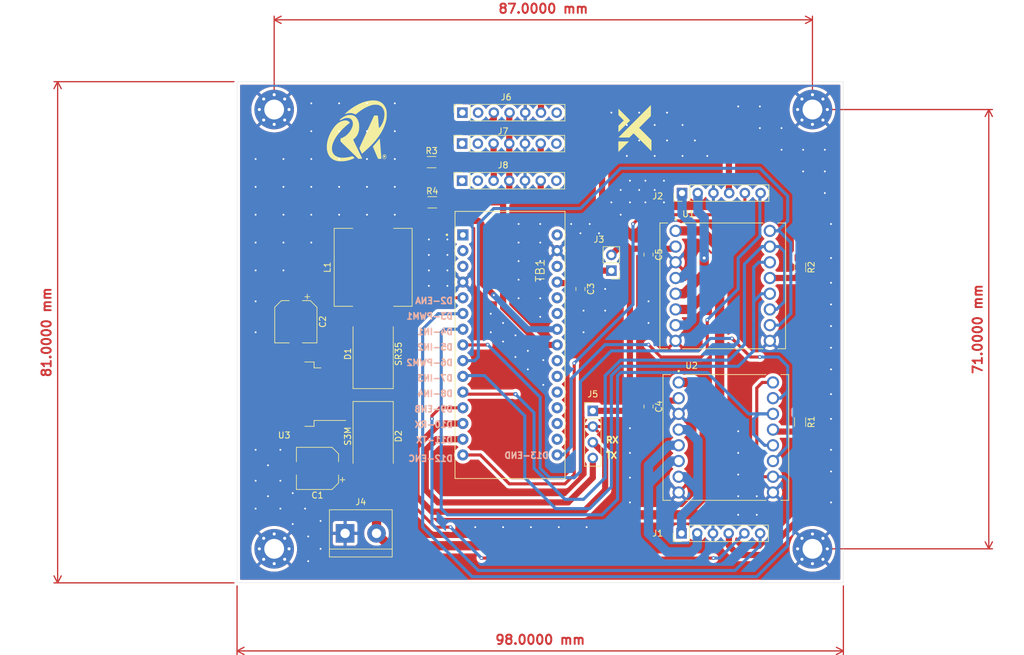
<source format=kicad_pcb>
(kicad_pcb (version 20221018) (generator pcbnew)
  (layers (0 "F.Cu" signal) (31 "B.Cu" signal) (34 "B.Paste" user) (35 "F.Paste" user) (36 "B.SilkS" user "B.Silkscreen") (37 "F.SilkS" user "F.Silkscreen") (38 "B.Mask" user) (39 "F.Mask" user) (44 "Edge.Cuts" user))
  (net 0 "")
  (net 1 "+BATT")
  (net 2 "GND")
  (net 3 "VCC")
  (net 4 "Net-(J3-Pin_1)")
  (net 5 "Net-(D1-K)")
  (net 6 "Net-(D2-K)")
  (net 7 "/MOTOR11")
  (net 8 "/MOTOR12")
  (net 9 "/ENCODERA")
  (net 10 "/ENCODERB")
  (net 11 "/MOTOR21")
  (net 12 "/MOTOR22")
  (net 13 "/ENCODERC")
  (net 14 "/ENCODERD")
  (net 15 "/RX")
  (net 16 "/TX")
  (net 17 "Net-(U2-STBY)")
  (net 18 "Net-(U1-STBY)")
  (net 19 "/SCL")
  (net 20 "/SDA")
  (net 23 "Net-(TB1-RESET-Pad28)")
  (net 24 "/PWM1")
  (net 25 "/IN1")
  (net 26 "/IN2")
  (net 27 "/PWM2")
  (net 28 "/IN3")
  (net 29 "/IN4")
  (net 39 "/GPIO1")
  (net 40 "/XSHUT1")
  (net 41 "/VDD1")
  (net 42 "/GPIO2")
  (net 43 "/XSHUT2")
  (net 44 "/VDD2")
  (net 45 "/GPIO3")
  (net 46 "/XSHUT3")
  (net 47 "/VDD3")
  (footprint "ARDUINO_NANO (1):SHIELD_ARDUINO_NANO" (layer "F.Cu") (at 100.1175 110.0475)
    (fp_text reference "TB1")
    (fp_text value "ARDUINO_NANO")
  )
  (footprint "Connector_PinHeader_2.54mm:PinHeader_1x04_P2.54mm_Vertical" (layer "F.Cu") (at 113.5 120.7)
    (fp_text reference "J5")
    (fp_text value "Conn_01x04_Socket")
  )
  (footprint "Connector_PinSocket_2.54mm:PinSocket_1x07_P2.54mm_Vertical" (layer "F.Cu") (at 92.42 72.5 90)
    (fp_text reference "J6")
    (fp_text value "Conn_01x07_Socket")
  )
  (footprint "Resistor_SMD:R_1206_3216Metric_Pad1.30x1.75mm_HandSolder" (layer "F.Cu") (at 87.55 87)
    (fp_text reference "R4")
    (fp_text value "10k")
  )
  (footprint "TerminalBlock:TerminalBlock_bornier-2_P5.08mm" (layer "F.Cu") (at 73.46 140.5)
    (fp_text reference "J4")
    (fp_text value "Screw_Terminal_01x02")
  )
  (footprint "Resistor_SMD:R_1206_3216Metric_Pad1.30x1.75mm_HandSolder" (layer "F.Cu") (at 87.45 80.5)
    (fp_text reference "R3")
    (fp_text value "10k")
  )
  (footprint "Inductor_SMD:L_12x12mm_H8mm" (layer "F.Cu") (at 78 97.5 90)
    (fp_text reference "L1")
    (fp_text value "33uH")
  )
  (footprint "Connector_PinSocket_2.54mm:PinSocket_1x07_P2.54mm_Vertical" (layer "F.Cu") (at 92.38 83.5 90)
    (fp_text reference "J8")
    (fp_text value "Conn_01x07_Socket")
  )
  (footprint "Connector_PinSocket_2.54mm:PinSocket_1x07_P2.54mm_Vertical" (layer "F.Cu") (at 92.38 77.5 90)
    (fp_text reference "J7")
    (fp_text value "Conn_01x07_Socket")
  )
  (footprint "Resistor_SMD:R_1206_3216Metric_Pad1.30x1.75mm_HandSolder" (layer "F.Cu") (at 147 122.5 -90)
    (fp_text reference "R1")
    (fp_text value "10k")
  )
  (footprint "graphic:ras" (layer "F.Cu") (at 75.5 75.5)
    (fp_text reference "G***" hide)
    (fp_text value "LOGO" hide)
  )
  (footprint "MountingHole:MountingHole_3.2mm_M3_Pad_Via" (layer "F.Cu") (at 62 143)
    (fp_text reference "H2" hide)
    (fp_text value "MountingHole_Pad")
  )
  (footprint "MountingHole:MountingHole_3.2mm_M3_Pad_Via" (layer "F.Cu") (at 62 72)
    (fp_text reference "H3" hide)
    (fp_text value "MountingHole_Pad")
  )
  (footprint "TB6612FNG:MODULE_ROB-14450" (layer "F.Cu") (at 135 125)
    (fp_text reference "U2")
    (fp_text value "ROB-14450")
  )
  (footprint "TB6612FNG:MODULE_ROB-14450" (layer "F.Cu") (at 134.5 100.5)
    (fp_text reference "U1")
    (fp_text value "ROB-14450")
  )
  (footprint "Capacitor_SMD:CP_Elec_6.3x7.7" (layer "F.Cu") (at 69 130 180)
    (fp_text reference "C1")
    (fp_text value "100uF")
  )
  (footprint "graphic:katot" (layer "F.Cu") (at 120.5 75)
    (fp_text reference "G***" hide)
    (fp_text value "LOGO" hide)
  )
  (footprint "Capacitor_SMD:CP_Elec_6.3x7.7" (layer "F.Cu") (at 65.5 106.3 -90)
    (fp_text reference "C2")
    (fp_text value "220uF")
  )
  (footprint "Capacitor_SMD:C_0805_2012Metric" (layer "F.Cu") (at 122.5 120 -90)
    (fp_text reference "C4")
    (fp_text value "100nF")
  )
  (footprint "Package_TO_SOT_SMD:TO-263-5_TabPin3" (layer "F.Cu") (at 63.625 118 180)
    (fp_text reference "U3")
    (fp_text value "LM2596S-5")
  )
  (footprint "Connector_PinHeader_2.54mm:PinHeader_1x02_P2.54mm_Vertical" (layer "F.Cu") (at 116.5 98.04 180)
    (fp_text reference "J3")
    (fp_text value "Conn_01x02_Socket")
  )
  (footprint "MountingHole:MountingHole_3.2mm_M3_Pad_Via" (layer "F.Cu") (at 149 72)
    (fp_text reference "H1" hide)
    (fp_text value "MountingHole_Pad")
  )
  (footprint "Resistor_SMD:R_1206_3216Metric_Pad1.30x1.75mm_HandSolder" (layer "F.Cu") (at 147 97.5 -90)
    (fp_text reference "R2")
    (fp_text value "10k")
  )
  (footprint "Capacitor_SMD:C_0805_2012Metric" (layer "F.Cu") (at 122.5 95.45 -90)
    (fp_text reference "C5")
    (fp_text value "100nF")
  )
  (footprint "Diode_SMD:D_SMB-SMC_Universal_Handsoldering" (layer "F.Cu") (at 78 124.8 -90)
    (fp_text reference "D2")
    (fp_text value "S3M")
  )
  (footprint "MountingHole:MountingHole_3.2mm_M3_Pad_Via" (layer "F.Cu") (at 149 143)
    (fp_text reference "H4" hide)
    (fp_text value "MountingHole_Pad")
  )
  (footprint "Capacitor_SMD:C_0805_2012Metric" (layer "F.Cu") (at 111.5 101 -90)
    (fp_text reference "C3")
    (fp_text value "100nF")
  )
  (footprint "Connector_PinHeader_2.54mm:PinHeader_1x06_P2.54mm_Vertical" (layer "F.Cu") (at 127.92 85.5 90)
    (fp_text reference "J2")
    (fp_text value "Conn_01x06_Socket")
  )
  (footprint "Connector_PinHeader_2.54mm:PinHeader_1x06_P2.54mm_Vertical" (layer "F.Cu") (at 127.84 140.5 90)
    (fp_text reference "J1")
    (fp_text value "Conn_01x06_Socket")
  )
  (footprint "Diode_SMD:D_SMB-SMC_Universal_Handsoldering" (layer "F.Cu") (at 78 111.5 90)
    (fp_text reference "D1")
    (fp_text value "SR35")
  )
  (gr_rect (start 56 67.5) (end 154 148.5) (stroke (width 0.05)) (fill none) (layer "Edge.Cuts"))
  (gr_text "D12-ENC" (at 91 129) (layer "B.SilkS") (effects (font (size 1 1) (thickness 0.25) bold) (justify left bottom mirror)))
  (gr_text "D5-IN2" (at 91 111) (layer "B.SilkS") (effects (font (size 1 1) (thickness 0.25) bold) (justify left bottom mirror)))
  (gr_text "D13-END\n" (at 106.5 128.5) (layer "B.SilkS") (effects (font (size 1 1) (thickness 0.25) bold) (justify left bottom mirror)))
  (gr_text "D8-IN4\n" (at 91 118.5) (layer "B.SilkS") (effects (font (size 1 1) (thickness 0.25) bold) (justify left bottom mirror)))
  (gr_text "D10-RX\n" (at 91 123.5) (layer "B.SilkS") (effects (font (size 1 1) (thickness 0.25) bold) (justify left bottom mirror)))
  (gr_text "D2-ENA" (at 91 103.5) (layer "B.SilkS") (effects (font (size 1 1) (thickness 0.25) bold) (justify left bottom mirror)))
  (gr_text "D3-PWM1" (at 91 106) (layer "B.SilkS") (effects (font (size 1 1) (thickness 0.25) bold) (justify left bottom mirror)))
  (gr_text "D4-IN1\n" (at 91 108.5) (layer "B.SilkS") (effects (font (size 1 1) (thickness 0.25) bold) (justify left bottom mirror)))
  (gr_text "D9-ENB" (at 91 121) (layer "B.SilkS") (effects (font (size 1 1) (thickness 0.25) bold) (justify left bottom mirror)))
  (gr_text "D11-TX" (at 91 126) (layer "B.SilkS") (effects (font (size 1 1) (thickness 0.25) bold) (justify left bottom mirror)))
  (gr_text "D6-PWM2" (at 91 113.5) (layer "B.SilkS") (effects (font (size 1 1) (thickness 0.25) bold) (justify left bottom mirror)))
  (gr_text "D7-IN3\n" (at 91 116) (layer "B.SilkS") (effects (font (size 1 1) (thickness 0.25) bold) (justify left bottom mirror)))
  (gr_text "TX\n" (at 115.5 128.5) (layer "F.SilkS") (effects (font (size 1 1) (thickness 0.25) bold) (justify left bottom)))
  (gr_text "RX\n" (at 115.5 126) (layer "F.SilkS") (effects (font (size 1 1) (thickness 0.25) bold) (justify left bottom)))
  (dimension (type aligned) (layer "F.Cu") (pts (xy 56 148.5) (xy 154 148.5)) (height 11) (gr_text "98.0000 mm" (at 105 157.7) (layer "F.Cu") (effects (font (size 1.5 1.5) (thickness 0.3)))) (format (prefix "") (suffix "") (units 3) (units_format 1) (precision 4)) (style (thickness 0.2) (arrow_length 1.27) (text_position_mode 0) (extension_height 0.58642) (extension_offset 0.5) keep_text_aligned))
  (dimension (type aligned) (layer "F.Cu") (pts (xy 62 72) (xy 149 72)) (height -14.5) (gr_text "87.0000 mm" (at 105.5 55.7) (layer "F.Cu") (effects (font (size 1.5 1.5) (thickness 0.3)))) (format (prefix "") (suffix "") (units 3) (units_format 1) (precision 4)) (style (thickness 0.2) (arrow_length 1.27) (text_position_mode 0) (extension_height 0.58642) (extension_offset 0.5) keep_text_aligned))
  (dimension (type aligned) (layer "F.Cu") (pts (xy 56 67.5) (xy 56 148.5)) (height 29) (gr_text "81.0000 mm" (at 25.2 108 90) (layer "F.Cu") (effects (font (size 1.5 1.5) (thickness 0.3)))) (format (prefix "") (suffix "") (units 3) (units_format 1) (precision 4)) (style (thickness 0.2) (arrow_length 1.27) (text_position_mode 0) (extension_height 0.58642) (extension_offset 0.5) keep_text_aligned))
  (dimension (type aligned) (layer "F.Cu") (pts (xy 149 72) (xy 149 143)) (height -28.5) (gr_text "71.0000 mm" (at 175.7 107.5 90) (layer "F.Cu") (effects (font (size 1.5 1.5) (thickness 0.3)))) (format (prefix "") (suffix "") (units 3) (units_format 1) (precision 4)) (style (thickness 0.2) (arrow_length 1.27) (text_position_mode 0) (extension_height 0.58642) (extension_offset 0.5) keep_text_aligned))
  (segment (start 78.54 140.5) (end 78.54 136.04) (width 1.5) (layer "F.Cu") (net 1))
  (segment (start 132 137.5) (end 134 135.5) (width 1.5) (layer "F.Cu") (net 1))
  (segment (start 131.11 91.61) (end 126.88 91.61) (width 1.5) (layer "F.Cu") (net 1))
  (segment (start 134 135.5) (end 134 94.5) (width 1.5) (layer "F.Cu") (net 1))
  (segment (start 129.61 116.11) (end 127.38 116.11) (width 1.5) (layer "F.Cu") (net 1))
  (segment (start 128.5 137.5) (end 131.5 134.5) (width 1.5) (layer "F.Cu") (net 1))
  (segment (start 118.5 137.5) (end 113.5 142.5) (width 1.5) (layer "F.Cu") (net 1))
  (segment (start 134 94.5) (end 131.11 91.61) (width 1.5) (layer "F.Cu") (net 1))
  (segment (start 131.5 134.5) (end 131.5 118) (width 1.5) (layer "F.Cu") (net 1))
  (segment (start 75.75 133.25) (end 72.5 130) (width 1.5) (layer "F.Cu") (net 1))
  (segment (start 78.54 136.04) (end 75.75 133.25) (width 1.5) (layer "F.Cu") (net 1))
  (segment (start 128.5 137.5) (end 118.5 137.5) (width 1.5) (layer "F.Cu") (net 1))
  (segment (start 72.5 130) (end 71.7 130) (width 1.5) (layer "F.Cu") (net 1))
  (segment (start 128.5 137.5) (end 132 137.5) (width 1.5) (layer "F.Cu") (net 1))
  (segment (start 78 128) (end 78 131) (width 1) (layer "F.Cu") (net 1))
  (segment (start 131.5 118) (end 129.61 116.11) (width 1.5) (layer "F.Cu") (net 1))
  (segment (start 78 131) (end 75.75 133.25) (width 1) (layer "F.Cu") (net 1))
  (segment (start 80.54 142.5) (end 78.54 140.5) (width 1.5) (layer "F.Cu") (net 1))
  (segment (start 113.5 142.5) (end 80.54 142.5) (width 1.5) (layer "F.Cu") (net 1))
  (segment (start 113.5 123.24) (end 114.26 124) (width 0.5) (layer "F.Cu") (net 2))
  (segment (start 71.275 118) (end 62.125 118) (width 0.5) (layer "F.Cu") (net 2))
  (via (at 69.5 143) (size 0.6) (drill 0.3) (layers "F.Cu" "B.Cu") (net 2))
  (via (at 137 137.5) (size 0.6) (drill 0.3) (layers "F.Cu" "B.Cu") (net 2))
  (via (at 87 100.5) (size 0.6) (drill 0.3) (layers "F.Cu" "B.Cu") (net 2))
  (via (at 97 108) (size 0.6) (drill 0.3) (layers "F.Cu" "B.Cu") (net 2))
  (via (at 101.5 99.5) (size 0.6) (drill 0.3) (layers "F.Cu" "B.Cu") (net 2))
  (via (at 67 136.5) (size 0.6) (drill 0.3) (layers "F.Cu" "B.Cu") (net 2))
  (via (at 77 89) (size 0.6) (drill 0.3) (layers "F.Cu" "B.Cu") (net 2))
  (via (at 59 132) (size 0.6) (drill 0.3) (layers "F.Cu" "B.Cu") (net 2))
  (via (at 125.5 77) (size 0.6) (drill 0.3) (layers "F.Cu" "B.Cu") (net 2))
  (via (at 137 71.5) (size 0.6) (drill 0.3) (layers "F.Cu" "B.Cu") (net 2))
  (via (at 125 87) (size 0.6) (drill 0.3) (layers "F.Cu" "B.Cu") (net 2))
  (via (at 63.5 93.5) (size 0.6) (drill 0.3) (layers "F.Cu" "B.Cu") (net 2))
  (via (at 115.5 101) (size 0.6) (drill 0.3) (layers "F.Cu" "B.Cu") (net 2))
  (via (at 118 89) (size 0.6) (drill 0.3) (layers "F.Cu" "B.Cu") (net 2))
  (via (at 137 124) (size 0.6) (drill 0.3) (layers "F.Cu" "B.Cu") (net 2))
  (via (at 128 74.5) (size 0.6) (drill 0.3) (layers "F.Cu" "B.Cu") (net 2))
  (via (at 118 85) (size 0.6) (drill 0.3) (layers "F.Cu" "B.Cu") (net 2))
  (via (at 105.5 112.5) (size 0.6) (drill 0.3) (layers "F.Cu" "B.Cu") (net 2))
  (via (at 140.5 75) (size 0.6) (drill 0.3) (layers "F.Cu" "B.Cu") (net 2))
  (via (at 140 137.5) (size 0.6) (drill 0.3) (layers "F.Cu" "B.Cu") (net 2))
  (via (at 119.5 83.5) (size 0.6) (drill 0.3) (layers "F.Cu" "B.Cu") (net 2))
  (via (at 77 84.5) (size 0.6) (drill 0.3) (layers "F.Cu" "B.Cu") (net 2))
  (via (at 68 71) (size 0.6) (drill 0.3) (layers "F.Cu" "B.Cu") (net 2))
  (via (at 122.5 103) (size 0.6) (drill 0.3) (layers "F.Cu" "B.Cu") (net 2))
  (via (at 152 100) (size 0.6) (drill 0.3) (layers "F.Cu" "B.Cu") (net 2))
  (via (at 132 79.5) (size 0.6) (drill 0.3) (layers "F.Cu" "B.Cu") (net 2))
  (via (at 59 136.5) (size 0.6) (drill 0.3) (layers "F.Cu" "B.Cu") (net 2))
  (via (at 122 87) (size 0.6) (drill 0.3) (layers "F.Cu" "B.Cu") (net 2))
  (via (at 116.5 72.5) (size 0.6) (drill 0.3) (layers "F.Cu" "B.Cu") (net 2))
  (via (at 99 109.5) (size 0.6) (drill 0.3) (layers "F.Cu" "B.Cu") (net 2))
  (via (at 101.5 93.5) (size 0.6) (drill 0.3) (layers "F.Cu" "B.Cu") (net 2))
  (via (at 87 95.5) (size 0.6) (drill 0.3) (layers "F.Cu" "B.Cu") (net 2))
  (via (at 152 107) (size 0.6) (drill 0.3) (layers "F.Cu" "B.Cu") (net 2))
  (via (at 123.5 74.5) (size 0.6) (drill 0.3) (layers "F.Cu" "B.Cu") (net 2))
  (via (at 137 134.5) (size 0.6) (drill 0.3) (layers "F.Cu" "B.Cu") (net 2))
  (via (at 108 139.5) (size 0.6) (drill 0.3) (layers "F.Cu" "B.Cu") (net 2))
  (via (at 105 93.5) (size 0.6) (drill 0.3) (layers "F.Cu" "B.Cu") (net 2))
  (via (at 152 103.5) (size 0.6) (drill 0.3) (layers "F.Cu" "B.Cu") (net 2))
  (via (at 119.5 135.5) (size 0.6) (drill 0.3) (layers "F.Cu" "B.Cu") (net 2))
  (via (at 72.5 75.5) (size 0.6) (drill 0.3) (layers "F.Cu" "B.Cu") (net 2))
  (via (at 103 111) (size 0.6) (drill 0.3) (layers "F.Cu" "B.Cu") (net 2))
  (via (at 63.5 84.5) (size 0.6) (drill 0.3) (layers "F.Cu" "B.Cu") (net 2))
  (via (at 140 134.5) (size 0.6) (drill 0.3) (layers "F.Cu" "B.Cu") (net 2))
  (via (at 151 82) (size 0.6) (drill 0.3) (layers "F.Cu" "B.Cu") (net 2))
  (via (at 103 114) (size 0.6) (drill 0.3) (layers "F.Cu" "B.Cu") (net 2))
  (via (at 61 129.5) (size 0.6) (drill 0.3) (layers "F.Cu" "B.Cu") (net 2))
  (via (at 59 89) (size 0.6) (drill 0.3) (layers "F.Cu" "B.Cu") (net 2))
  (via (at 119.5 131.5) (size 0.6) (drill 0.3) (layers "F.Cu" "B.Cu") (net 2))
  (via (at 63 127) (size 0.6) (drill 0.3) (layers "F.Cu" "B.Cu") (net 2))
  (via (at 81.5 71) (size 0.6) (drill 0.3) (layers "F.Cu" "B.Cu") (net 2))
  (via (at 105 102.5) (size 0.6) (drill 0.3) (layers "F.Cu" "B.Cu") (net 2))
  (via (at 77 80) (size 0.6) (drill 0.3) (layers "F.Cu" "B.Cu") (net 2))
  (via (at 101 112) (size 0.6) (drill 0.3) (layers "F.Cu" "B.Cu") (net 2))
  (via (at 105 105.5) (size 0.6) (drill 0.3) (layers "F.Cu" "B.Cu") (net 2))
  (via (at 72.5 84.5) (size 0.6) (drill 0.3) (layers "F.Cu" "B.Cu") (net 2))
  (via (at 105 90.5) (size 0.6) (drill 0.3) (layers "F.Cu" "B.Cu") (net 2))
  (via (at 63.5 98) (size 0.6) (drill 0.3) (layers "F.Cu" "B.Cu") (net 2))
  (via (at 125.5 72.5) (size 0.6) (drill 0.3) (layers "F.Cu" "B.Cu") (net 2))
  (via (at 123.5 79.5) (size 0.6) (drill 0.3) (layers "F.Cu" "B.Cu") (net 2))
  (via (at 121 77) (size 0.6) (drill 0.3) (layers "F.Cu" "B.Cu") (net 2))
  (via (at 68 80) (size 0.6) (drill 0.3) (layers "F.Cu" "B.Cu") (net 2))
  (via (at 59 127) (size 0.6) (drill 0.3) (layers "F.Cu" "B.Cu") (net 2))
  (via (at 81.5 89) (size 0.6) (drill 0.3) (layers "F.Cu" "B.Cu") (net 2))
  (via (at 144 78.5) (size 0.6) (drill 0.3) (layers "F.Cu" "B.Cu") (net 2))
  (via (at 59 98) (size 0.6) (drill 0.3) (layers "F.Cu" "B.Cu") (net 2))
  (via (at 152 135.5) (size 0.6) (drill 0.3) (layers "F.Cu" "B.Cu") (net 2))
  (via (at 112 104.5) (size 0.6) (drill 0.3) (layers "F.Cu" "B.Cu") (net 2))
  (via (at 152 110.5) (size 0.6) (drill 0.3) (layers "F.Cu" "B.Cu") (net 2))
  (via (at 151 78.5) (size 0.6) (drill 0.3) (layers "F.Cu" "B.Cu") (net 2))
  (via (at 65 139) (size 0.6) (drill 0.3) (layers "F.Cu" "B.Cu") (net 2))
  (via (at 81.5 80) (size 0.6) (drill 0.3) (layers "F.Cu" "B.Cu") (net 2))
  (via (at 105 99.5) (size 0.6) (drill 0.3) (layers "F.Cu" "B.Cu") (net 2))
  (via (at 94.5 139.5) (size 0.6) (drill 0.3) (layers "F.Cu" "B.Cu") (net 2))
  (via (at 111.5 92) (size 0.6) (drill 0.3) (layers "F.Cu" "B.Cu") (net 2))
  (via (at 115.5 104.5) (size 0.6) (drill 0.3) (layers "F.Cu" "B.Cu") (net 2))
  (via (at 152 90.5) (size 0.6) (drill 0.3) (layers "F.Cu" "B.Cu") (net 2))
  (via (at 67.5 141) (size 0.6) (drill 0.3) (layers "F.Cu" "B.Cu") (net 2))
  (via (at 122.5 106.5) (size 0.6) (drill 0.3) (layers "F.Cu" "B.Cu") (net 2))
  (via (at 69.5 138.5) (size 0.6) (drill 0.3) (layers "F.Cu" "B.Cu") (net 2))
  (via (at 114.5 92) (size 0.6) (drill 0.3) (layers "F.Cu" "B.Cu") (net 2))
  (via (at 101 108.5) (size 0.6) (drill 0.3) (layers "F.Cu" "B.Cu") (net 2))
  (via (at 113 90.5) (size 0.6) (drill 0.3) (layers "F.Cu" "B.Cu") (net 2))
  (via (at 112 108) (size 0.6) (drill 0.3) (layers "F.Cu" "B.Cu") (net 2))
  (via (at 63.5 80) (size 0.6) (drill 0.3) (layers "F.Cu" "B.Cu") (net 2))
  (via (at 72.5 71) (size 0.6) (drill 0.3) (layers "F.Cu" "B.Cu") (net 2))
  (via (at 147.5 78.5) (size 0.6) (drill 0.3) (layers "F.Cu" "B.Cu") (net 2))
  (via (at 112.5 139.5) (size 0.6) (drill 0.3) (layers "F.Cu" "B.Cu") (net 2))
  (via (at 68 93.5) (size 0.6) (drill 0.3) (layers "F.Cu" "B.Cu") (net 2))
  (via (at 68 89) (size 0.6) (drill 0.3) (layers "F.Cu" "B.Cu") (net 2))
  (via (at 119 74.5) (size 0.6) (drill 0.3) (layers "F.Cu" "B.Cu") (net 2))
  (via (at 68 84.5) (size 0.6) (drill 0.3) (layers "F.Cu" "B.Cu") (net 2))
  (via (at 101.5 102.5) (size 0.6) (drill 0.3) (layers "F.Cu" "B.Cu") (net 2))
  (via (at 99 139.5) (size 0.6) (drill 0.3) (layers "F.Cu" "B.Cu") (net 2))
  (via (at 152 114) (size 0.6) (drill 0.3) (layers "F.Cu" "B.Cu") (net 2))
  (via (at 121 72.5) (size 0.6) (drill 0.3) (layers "F.Cu" "B.Cu") (net 2))
  (via (at 101.5 96.5) (size 0.6) (drill 0.3) (layers "F.Cu" "B.Cu") (net 2))
  (via (at 72.5 89) (size 0.6) (drill 0.3) (layers "F.Cu" "B.Cu") (net 2))
  (via (at 59 84.5) (size 0.6) (drill 0.3) (layers "F.Cu" "B.Cu") (net 2))
  (via (at 59 103) (size 0.6) (drill 0.3) (layers "F.Cu" "B.Cu") (net 2))
  (via (at 61 134.5) (size 0.6) (drill 0.3) (layers "F.Cu" "B.Cu") (net 2))
  (via (at 152 122) (size 0.6) (drill 0.3) (layers "F.Cu" "B.Cu") (net 2))
  (via (at 59 108) (size 0.6) (drill 0.3) (layers "F.Cu" "B.Cu") (net 2))
  (via (at 119.5 127.5) (size 0.6) (drill 0.3) (layers "F.Cu" "B.Cu") (net 2))
  (via (at 144 75) (size 0.6) (drill 0.3) (layers "F.Cu" "B.Cu") (net 2))
  (via (at 152 96) (size 0.6) (drill 0.3) (layers "F.Cu" "B.Cu") (net 2))
  (via (at 151 85.5) (size 0.6) (drill 0.3) (layers "F.Cu" "B.Cu") (net 2))
  (via (at 68 75.5) (size 0.6) (drill 0.3) (layers "F.Cu" "B.Cu") (net 2))
  (via (at 152 118) (size 0.6) (drill 0.3) (layers "F.Cu" "B.Cu") (net 2))
  (via (at 147.5 82) (size 0.6) (drill 0.3) (layers "F.Cu" "B.Cu") (net 2))
  (via (at 90 95.5) (size 0.6) (drill 0.3) (layers "F.Cu" "B.Cu") (net 2))
  (via (at 119 79.5) (size 0.6) (drill 0.3) (layers "F.Cu" "B.Cu") (net 2))
  (via (at 63 136.5) (size 0.6) (drill 0.3) (layers "F.Cu" "B.Cu") (net 2))
  (via (at 152 127) (size 0.6) (drill 0.3) (layers "F.Cu" "B.Cu") (net 2))
  (via (at 130 77) (size 0.6) (drill 0.3) (layers "F.Cu" "B.Cu") (net 2))
  (via (at 90 93) (size 0.6) (drill 0.3) (layers "F.Cu" "B.Cu") (net 2))
  (via (at 90 100.5) (size 0.6) (drill 0.3) (layers "F.Cu" "B.Cu") (net 2))
  (via (at 67.5 145) (size 0.6) (drill 0.3) (layers "F.Cu" "B.Cu") (net 2))
  (via (at 65 134) (size 0.6) (drill 0.3) (layers "F.Cu" "B.Cu") (net 2))
  (via (at 122 83.5) (size 0.6) (drill 0.3) (layers "F.Cu" "B.Cu") (net 2))
  (via (at 59 80) (size 0.6) (drill 0.3) (layers "F.Cu" "B.Cu") (net 2))
  (via (at 116.5 87) (size 0.6) (drill 0.3) (layers "F.Cu" "B.Cu") (net 2))
  (via (at 140.5 71.5) (size 0.6) (drill 0.3) (layers "F.Cu" "B.Cu") (net 2))
  (via (at 110 90.5) (size 0.6) (drill 0.3) (layers "F.Cu" "B.Cu") (net 2))
  (via (at 105 96.5) (size 0.6) (drill 0.3) (layers "F.Cu" "B.Cu") (net 2))
  (via (at 97 105) (size 0.6) (drill 0.3) (layers "F.Cu" "B.Cu") (net 2))
  (via (at 81.5 75.5) (size 0.6) (drill 0.3) (layers "F.Cu" "B.Cu") (net 2))
  (via (at 99 106.5) (size 0.6) (drill 0.3) (layers "F.Cu" "B.Cu") (net 2))
  (via (at 123.5 85) (size 0.6) (drill 0.3) (layers "F.Cu" "B.Cu") (net 2))
  (via (at 125 83.5) (size 0.6) (drill 0.3) (layers "F.Cu" "B.Cu") (net 2))
  (via (at 81.5 84.5) (size 0.6) (drill 0.3) (layers "F.Cu" "B.Cu") (net 2))
  (via (at 128 79.5) (size 0.6) (drill 0.3) (layers "F.Cu" "B.Cu") (net 2))
  (via (at 77 71) (size 0.6) (drill 0.3) (layers "F.Cu" "B.Cu") (net 2))
  (via (at 90 98) (size 0.6) (drill 0.3) (layers "F.Cu" "B.Cu") (net 2))
  (via (at 77 75.5) (size 0.6) (drill 0.3) (layers "F.Cu" "B.Cu") (net 2))
  (via (at 63.5 89) (size 0.6) (drill 0.3) (layers "F.Cu" "B.Cu") (net 2))
  (via (at 101.5 90.5) (size 0.6) (drill 0.3) (layers "F.Cu" "B.Cu") (net 2))
  (via (at 87 93) (size 0.6) (drill 0.3) (layers "F.Cu" "B.Cu") (net 2))
  (via (at 63 132) (size 0.6) (drill 0.3) (layers "F.Cu" "B.Cu") (net 2))
  (via (at 87 98) (size 0.6) (drill 0.3) (layers "F.Cu" "B.Cu") (net 2))
  (via (at 59 93.5) (size 0.6) (drill 0.3) (layers "F.Cu" "B.Cu") (net 2))
  (via (at 137 127.5) (size 0.6) (drill 0.3) (layers "F.Cu" "B.Cu") (net 2))
  (via (at 121 85) (size 0.6) (drill 0.3) (layers "F.Cu" "B.Cu") (net 2))
  (via (at 72.5 80) (size 0.6) (drill 0.3) (layers "F.Cu" "B.Cu") (net 2))
  (via (at 105.5 116.5) (size 0.6) (drill 0.3) (layers "F.Cu" "B.Cu") (net 2))
  (via (at 119.5 123.5) (size 0.6) (drill 0.3) (layers "F.Cu" "B.Cu") (net 2))
  (via (at 137 131) (size 0.6) (drill 0.3) (layers "F.Cu" "B.Cu") (net 2))
  (via (at 103.5 139.5) (size 0.6) (drill 0.3) (layers "F.Cu" "B.Cu") (net 2))
  (via (at 152 130.5) (size 0.6) (drill 0.3) (layers "F.Cu" "B.Cu") (net 2))
  (via (at 119.5 87) (size 0.6) (drill 0.3) (layers "F.Cu" "B.Cu") (net 2))
  (segment (start 112 71.5) (end 110 69.5) (width 1) (layer "F.Cu") (net 3))
  (segment (start 112 82.5) (end 112 71.5) (width 1) (layer "F.Cu") (net 3))
  (segment (start 127 69.5) (end 131 69.5) (width 1) (layer "F.Cu") (net 3))
  (segment (start 118.8 120.7) (end 119.5 120) (width 1) (layer "F.Cu") (net 3))
  (segment (start 69.5 96.5) (end 73.45 92.55) (width 1) (layer "F.Cu") (net 3))
  (segment (start 70.25 106.25) (end 69.5 105.5) (width 1) (layer "F.Cu") (net 3))
  (segment (start 78 92.55) (end 83.45 92.55) (width 1) (layer "F.Cu") (net 3))
  (segment (start 119.5 116) (end 119.5 118) (width 1) (layer "F.Cu") (net 3))
  (segment (start 113.5 120.7) (end 118.8 120.7) (width 1) (layer "F.Cu") (net 3))
  (segment (start 149.5 88) (end 149.5 119) (width 1) (layer "F.Cu") (net 3))
  (segment (start 137 144) (end 135.5 142.5) (width 1) (layer "F.Cu") (net 3))
  (segment (start 135.5 140.54) (end 135.46 140.5) (width 1) (layer "F.Cu") (net 3))
  (segment (start 104 69.5) (end 110 69.5) (width 1) (layer "F.Cu") (net 3))
  (segment (start 115 71) (end 113.5 69.5) (width 1) (layer "F.Cu") (net 3))
  (segment (start 111 86) (end 112 85) (width 1) (layer "F.Cu") (net 3))
  (segment (start 86 87) (end 86 80.6) (width 1) (layer "F.Cu") (net 3))
  (segment (start 83.45 92.55) (end 86 90) (width 1) (layer "F.Cu") (net 3))
  (segment (start 112 82.5) (end 110 80.5) (width 1) (layer "F.Cu") (net 3))
  (segment (start 127 69.5) (end 135.5 78) (width 1) (layer "F.Cu") (net 3))
  (segment (start 115 90) (end 115 71) (width 1) (layer "F.Cu") (net 3))
  (segment (start 69.5 105.5) (end 67.6 103.6) (width 1) (layer "F.Cu") (net 3))
  (segment (start 73.7 116.3) (end 75 115) (width 1) (layer "F.Cu") (net 3))
  (segment (start 117.5 94.5) (end 117.5 92.5) (width 1) (layer "F.Cu") (net 3))
  (segment (start 117.5 92.5) (end 119.5 94.5) (width 1) (layer "F.Cu") (net 3))
  (segment (start 126.98 119.05) (end 122.5 119.05) (width 1) (layer "F.Cu") (net 3))
  (segment (start 85.9 72.6) (end 89 69.5) (width 1) (layer "F.Cu") (net 3))
  (segment (start 149.5 135.5) (end 141 144) (width 1) (layer "F.Cu") (net 3))
  (segment (start 149.5 119) (end 149.5 135.5) (width 1) (layer "F.Cu") (net 3))
  (segment (start 120.55 119.05) (end 119.5 118) (width 1) (layer "F.Cu") (net 3))
  (segment (start 149.5 119) (end 147.55 120.95) (width 1) (layer "F.Cu") (net 3))
  (segment (start 135.5 142.5) (end 135.5 140.54) (width 1) (layer "F.Cu") (net 3))
  (segment (start 105.08 85.08) (end 105.08 83.5) (width 1) (layer "F.Cu") (net 3))
  (segment (start 119.5 94.5) (end 119.5 116) (width 1) (layer "F.Cu") (net 3))
  (segment (start 112 85) (end 112 82.5) (width 1) (layer "F.Cu") (net 3))
  (segment (start 110 69.5) (end 113.5 69.5) (width 1) (layer "F.Cu") (net 3))
  (segment (start 69.5 105.5) (end 69.5 96.5) (width 1) (layer "F.Cu") (net 3))
  (segment (start 86 90) (end 86 87) (width 1) (layer "F.Cu") (net 3))
  (segment (start 147 85.5) (end 146.75 85.25) (width 1) (layer "F.Cu") (net 3))
  (segment (start 105.08 79.42) (end 105.08 77.5) (width 1) (layer "F.Cu") (net 3))
  (segment (start 75 111) (end 70.25 106.25) (width 1) (layer "F.Cu") (net 3))
  (segment (start 119.5 94.5) (end 122.5 94.5) (width 1) (layer "F.Cu") (net 3))
  (segment (start 122.5 94.5) (end 126.53 94.5) (width 1) (layer "F.Cu") (net 3))
  (segment (start 131 69.5) (end 146.75 85.25) (width 1) (layer "F.Cu") (net 3))
  (segment (start 106 86) (end 105.08 85.08) (width 1) (layer "F.Cu") (net 3))
  (segment (start 75 115) (end 75 111) (width 1) (layer "F.Cu") (net 3))
  (segment (start 105.12 70.62) (end 105.12 72.5) (width 1) (layer "F.Cu") (net 3))
  (segment (start 73.45 92.55) (end 78 92.55) (width 1) (layer "F.Cu") (net 3))
  (segment (start 104 69.5) (end 105.12 70.62) (width 1) (layer "F.Cu") (net 3))
  (segment (start 117.5 92.5) (end 115 90) (width 1) (layer "F.Cu") (net 3))
  (segment (start 113.5 69.5) (end 127 69.5) (width 1) (layer "F.Cu") (net 3))
  (segment (start 147.55 120.95) (end 147 120.95) (width 1) (layer "F.Cu") (net 3))
  (segment (start 85.9 80.5) (end 85.9 72.6) (width 1) (layer "F.Cu") (net 3))
  (segment (start 71.275 116.3) (end 73.7 116.3) (width 1) (layer "F.Cu") (net 3))
  (segment (start 86 80.6) (end 85.9 80.5) (width 1) (layer "F.Cu") (net 3))
  (segment (start 110 80.5) (end 106.16 80.5) (width 1) (layer "F.Cu") (net 3))
  (segment (start 111 86) (end 106 86) (width 1) (layer "F.Cu") (net 3))
  (segment (start 126.53 94.5) (end 126.88 94.15) (width 1) (layer "F.Cu") (net 3))
  (segment (start 119.5 120) (end 119.5 116) (width 1) (layer "F.Cu") (net 3))
  (segment (start 67.6 103.6) (end 65.5 103.6) (width 1) (layer "F.Cu") (net 3))
  (segment (start 106.16 80.5) (end 105.08 79.42) (width 1) (layer "F.Cu") (net 3))
  (segment (start 146.75 85.25) (end 149.5 88) (width 1) (layer "F.Cu") (net 3))
  (segment (start 147 95.95) (end 147 85.5) (width 1) (layer "F.Cu") (net 3))
  (segment (start 135.5 85.46) (end 135.54 85.5) (width 1) (layer "F.Cu") (net 3))
  (segment (start 141 144) (end 137 144) (width 1) (layer "F.Cu") (net 3))
  (segment (start 116.5 95.5) (end 117.5 94.5) (width 1) (layer "F.Cu") (net 3))
  (segment (start 127.38 118.65) (end 126.98 119.05) (width 1) (layer "F.Cu") (net 3))
  (segment (start 122.5 119.05) (end 120.55 119.05) (width 1) (layer "F.Cu") (net 3))
  (segment (start 89 69.5) (end 104 69.5) (width 1) (layer "F.Cu") (net 3))
  (segment (start 135.5 78) (end 135.5 85.46) (width 1) (layer "F.Cu") (net 3))
  (segment (start 111.95 100.05) (end 111.5 100.05) (width 1) (layer "F.Cu") (net 4))
  (segment (start 107.9 100.05) (end 107.7375 99.8875) (width 1) (layer "F.Cu") (net 4))
  (segment (start 113.96 98.04) (end 111.95 100.05) (width 1) (layer "F.Cu") (net 4))
  (segment (start 111.5 100.05) (end 107.9 100.05) (width 1) (layer "F.Cu") (net 4))
  (segment (start 116.5 98.04) (end 113.96 98.04) (width 1) (layer "F.Cu") (net 4))
  (segment (start 78 102.45) (end 79.95 102.45) (width 1) (layer "F.Cu") (net 5))
  (segment (start 79.95 102.45) (end 81.5 104) (width 1) (layer "F.Cu") (net 5))
  (segment (start 81.5 111.2) (end 78 114.7) (width 1) (layer "F.Cu") (net 5))
  (segment (start 75 118.5) (end 77.5 118.5) (width 1) (layer "F.Cu") (net 5))
  (segment (start 78 118) (end 78 114.7) (width 1) (layer "F.Cu") (net 5))
  (segment (start 81.5 104) (end 81.5 111.2) (width 1) (layer "F.Cu") (net 5))
  (segment (start 71.275 119.7) (end 73.8 119.7) (width 1) (layer "F.Cu") (net 5))
  (segment (start 73.8 119.7) (end 75 118.5) (width 1) (layer "F.Cu") (net 5))
  (segment (start 77.5 118.5) (end 78 118) (width 1) (layer "F.Cu") (net 5))
  (segment (start 77.8 121.4) (end 78 121.6) (width 1) (layer "F.Cu") (net 6))
  (segment (start 71.275 121.4) (end 77.8 121.4) (width 1) (layer "F.Cu") (net 6))
  (segment (start 130.5 133.5) (end 130.5 135) (width 1.5) (layer "B.Cu") (net 7))
  (segment (start 127.84 137.66) (end 127.84 140.5) (width 1.5) (layer "B.Cu") (net 7))
  (segment (start 128.35 131.35) (end 130.5 133.5) (width 1.5) (layer "B.Cu") (net 7))
  (segment (start 127.38 131.35) (end 128.35 131.35) (width 1.5) (layer "B.Cu") (net 7))
  (segment (start 130.5 135) (end 127.84 137.66) (width 1.5) (layer "B.Cu") (net 7))
  (segment (start 127.38 123.73) (end 128.73 123.73) (width 1.5) (layer "B.Cu") (net 7))
  (segment (start 130.5 125.5) (end 130.5 135) (width 1.5) (layer "B.Cu") (net 7))
  (segment (start 128.73 123.73) (end 130.5 125.5) (width 1.5) (layer "B.Cu") (net 7))
  (segment (start 125.73 126.27) (end 122.5 129.5) (width 1.5) (layer "B.Cu") (net 8))
  (segment (start 122.5 140.5) (end 125.5 143.5) (width 1.5) (layer "B.Cu") (net 8))
  (segment (start 122.5 132.5) (end 122.5 140.5) (width 1.5) (layer "B.Cu") (net 8))
  (segment (start 130.38 142.62) (end 130.38 140.5) (width 1.5) (layer "B.Cu") (net 8))
  (segment (start 126.19 128.81) (end 124.5 130.5) (width 1.5) (layer "B.Cu") (net 8))
  (segment (start 127.38 128.81) (end 126.19 128.81) (width 1.5) (layer "B.Cu") (net 8))
  (segment (start 129.5 143.5) (end 130.38 142.62) (width 1.5) (layer "B.Cu") (net 8))
  (segment (start 124.5 130.5) (end 122.5 132.5) (width 1.5) (layer "B.Cu") (net 8))
  (segment (start 127.38 126.27) (end 125.73 126.27) (width 1.5) (layer "B.Cu") (net 8))
  (segment (start 122.5 129.5) (end 122.5 132.5) (width 1.5) (layer "B.Cu") (net 8))
  (segment (start 125.5 143.5) (end 129.5 143.5) (width 1.5) (layer "B.Cu") (net 8))
  (segment (start 90.5 139.5) (end 88 139.5) (width 0.5) (layer "F.Cu") (net 9))
  (segment (start 83 134.5) (end 83 108.5) (width 0.5) (layer "F.Cu") (net 9))
  (segment (start 89.0725 102.4275) (end 92.4975 102.4275) (width 0.5) (layer "F.Cu") (net 9))
  (segment (start 83 108.5) (end 89.0725 102.4275) (width 0.5) (layer "F.Cu") (net 9))
  (segment (start 88 139.5) (end 83 134.5) (width 0.5) (layer "F.Cu") (net 9))
  (segment (start 133 144.5) (end 95.5 144.5) (width 0.5) (layer "F.Cu") (net 9))
  (via (at 133 144.5) (size 0.6) (drill 0.3) (layers "F.Cu" "B.Cu") (net 9))
  (via (at 95.5 144.5) (size 0.6) (drill 0.3) (layers "F.Cu" "B.Cu") (net 9))
  (via (at 90.5 139.5) (size 0.6) (drill 0.3) (layers "F.Cu" "B.Cu") (net 9))
  (segment (start 95.5 144.5) (end 90.5 139.5) (width 0.5) (layer "B.Cu") (net 9))
  (segment (start 134 144.5) (end 133 144.5) (width 0.5) (layer "B.Cu") (net 9))
  (segment (start 138 140.5) (end 134 144.5) (width 0.5) (layer "B.Cu") (net 9))
  (segment (start 87.5 122) (end 87.5 121.5) (width 0.5) (layer "F.Cu") (net 10))
  (segment (start 87.5 121.5) (end 88.7925 120.2075) (width 0.5) (layer "F.Cu") (net 10))
  (segment (start 88.7925 120.2075) (end 92.4975 120.2075) (width 0.5) (layer "F.Cu") (net 10))
  (via (at 87.5 122) (size 0.6) (drill 0.3) (layers "F.Cu" "B.Cu") (net 10))
  (segment (start 95 146.5) (end 87.5 139) (width 0.5) (layer "B.Cu") (net 10))
  (segment (start 140.54 140.5) (end 140.54 142.46) (width 0.5) (layer "B.Cu") (net 10))
  (segment (start 140.54 142.46) (end 136.5 146.5) (width 0.5) (layer "B.Cu") (net 10))
  (segment (start 87.5 139) (end 87.5 122) (width 0.5) (layer "B.Cu") (net 10))
  (segment (start 136.5 146.5) (end 95 146.5) (width 0.5) (layer "B.Cu") (net 10))
  (segment (start 126.88 106.85) (end 128.65 106.85) (width 1.5) (layer "B.Cu") (net 11))
  (segment (start 129.5 106) (end 129.5 97.5) (width 1.5) (layer "B.Cu") (net 11))
  (segment (start 129.5 97.5) (end 129.5 90.5) (width 1.5) (layer "B.Cu") (net 11))
  (segment (start 126.88 99.23) (end 127.77 99.23) (width 1.5) (layer "B.Cu") (net 11))
  (segment (start 128.65 106.85) (end 129.5 106) (width 1.5) (layer "B.Cu") (net 11))
  (segment (start 127.77 99.23) (end 129.5 97.5) (width 1.5) (layer "B.Cu") (net 11))
  (segment (start 127.92 88.92) (end 127.92 85.5) (width 1.5) (layer "B.Cu") (net 11))
  (segment (start 129.5 90.5) (end 127.92 88.92) (width 1.5) (layer "B.Cu") (net 11))
  (segment (start 131.5 98.5) (end 131.5 96) (width 1.5) (layer "F.Cu") (net 12))
  (segment (start 126.88 104.31) (end 129.19 104.31) (width 1.5) (layer "F.Cu") (net 12))
  (segment (start 126.88 101.77) (end 128.23 101.77) (width 1.5) (layer "F.Cu") (net 12))
  (segment (start 128.23 101.77) (end 131.5 98.5) (width 1.5) (layer "F.Cu") (net 12))
  (segment (start 129.19 104.31) (end 131.5 102) (width 1.5) (layer "F.Cu") (net 12))
  (segment (start 131.5 102) (end 131.5 98.5) (width 1.5) (layer "F.Cu") (net 12))
  (via (at 131.5 96) (size 1) (drill 0.5) (layers "F.Cu" "B.Cu") (net 12))
  (segment (start 131.5 96) (end 131.5 89.5) (width 1.5) (layer "B.Cu") (net 12))
  (segment (start 130.5 85.54) (end 130.46 85.5) (width 1.5) (layer "B.Cu") (net 12))
  (segment (start 131.5 89.5) (end 130.5 88.5) (width 1.5) (layer "B.Cu") (net 12))
  (segment (start 130.5 88.5) (end 130.5 85.54) (width 1.5) (layer "B.Cu") (net 12))
  (segment (start 110.5 113) (end 110.5 131) (width 0.5) (layer "F.Cu") (net 13))
  (segment (start 100 132.5) (end 95.3275 127.8275) (width 0.5) (layer "F.Cu") (net 13))
  (segment (start 109 132.5) (end 100 132.5) (width 0.5) (layer "F.Cu") (net 13))
  (segment (start 110.5 131) (end 109 132.5) (width 0.5) (layer "F.Cu") (net 13))
  (segment (start 121.5 89) (end 120 90.5) (width 0.5) (layer "F.Cu") (net 13))
  (segment (start 138.08 85.5) (end 138.08 87.42) (width 0.5) (layer "F.Cu") (net 13))
  (segment (start 136.5 89) (end 121.5 89) (width 0.5) (layer "F.Cu") (net 13))
  (segment (start 138.08 87.42) (end 136.5 89) (width 0.5) (layer "F.Cu") (net 13))
  (segment (start 95.3275 127.8275) (end 92.4975 127.8275) (width 0.5) (layer "F.Cu") (net 13))
  (via (at 110.5 113) (size 0.6) (drill 0.3) (layers "F.Cu" "B.Cu") (net 13))
  (via (at 120 90.5) (size 0.6) (drill 0.3) (layers "F.Cu" "B.Cu") (net 13))
  (segment (start 120 103.5) (end 110.5 113) (width 0.5) (layer "B.Cu") (net 13))
  (segment (start 120 90.5) (end 120 103.5) (width 0.5) (layer "B.Cu") (net 13))
  (segment (start 122.5 110) (end 124.5 112) (width 0.5) (layer "F.Cu") (net 14))
  (segment (start 132 111) (end 132 106) (width 0.5) (layer "F.Cu") (net 14))
  (segment (start 124.5 112) (end 131 112) (width 0.5) (layer "F.Cu") (net 14))
  (segment (start 131 112) (end 132 111) (width 0.5) (layer "F.Cu") (net 14))
  (via (at 122.5 110) (size 0.6) (drill 0.3) (layers "F.Cu" "B.Cu") (net 14))
  (via (at 132 106) (size 0.6) (drill 0.3) (layers "F.Cu" "B.Cu") (net 14))
  (segment (start 108.6725 127.8275) (end 110 126.5) (width 0.5) (layer "B.Cu") (net 14))
  (segment (start 132 106) (end 137 101) (width 0.5) (layer "B.Cu") (net 14))
  (segment (start 107.7375 127.8275) (end 108.6725 127.8275) (width 0.5) (layer "B.Cu") (net 14))
  (segment (start 137 96) (end 140.5 92.5) (width 0.5) (layer "B.Cu") (net 14))
  (segment (start 137 101) (end 137 96) (width 0.5) (layer "B.Cu") (net 14))
  (segment (start 140.5 85.62) (end 140.62 85.5) (width 0.5) (layer "B.Cu") (net 14))
  (segment (start 140.5 92.5) (end 140.5 85.62) (width 0.5) (layer "B.Cu") (net 14))
  (segment (start 115.5 110) (end 122.5 110) (width 0.5) (layer "B.Cu") (net 14))
  (segment (start 110 115.5) (end 115.5 110) (width 0.5) (layer "B.Cu") (net 14))
  (segment (start 110 126.5) (end 110 115.5) (width 0.5) (layer "B.Cu") (net 14))
  (segment (start 115.5 127.78) (end 115.5 133.5) (width 1) (layer "F.Cu") (net 15))
  (segment (start 113.5 125.78) (end 115.5 127.78) (width 1) (layer "F.Cu") (net 15))
  (segment (start 85 134.5) (end 85 126.5) (width 1) (layer "F.Cu") (net 15))
  (segment (start 88.7525 122.7475) (end 92.4975 122.7475) (width 1) (layer "F.Cu") (net 15))
  (segment (start 85 126.5) (end 88.7525 122.7475) (width 1) (layer "F.Cu") (net 15))
  (segment (start 87.5 137) (end 85 134.5) (width 1) (layer "F.Cu") (net 15))
  (segment (start 112 137) (end 87.5 137) (width 1) (layer "F.Cu") (net 15))
  (segment (start 115.5 133.5) (end 112 137) (width 1) (layer "F.Cu") (net 15))
  (segment (start 88.2125 125.2875) (end 92.4975 125.2875) (width 1) (layer "F.Cu") (net 16))
  (segment (start 113.5 128.32) (end 113.5 131.5) (width 1) (layer "F.Cu") (net 16))
  (segment (start 88.5 135.5) (end 86.5 133.5) (width 1) (layer "F.Cu") (net 16))
  (segment (start 86.5 127) (end 88.2125 125.2875) (width 1) (layer "F.Cu") (net 16))
  (segment (start 113.5 131.5) (end 109.5 135.5) (width 1) (layer "F.Cu") (net 16))
  (segment (start 109.5 135.5) (end 88.5 135.5) (width 1) (layer "F.Cu") (net 16))
  (segment (start 86.5 133.5) (end 86.5 127) (width 1) (layer "F.Cu") (net 16))
  (segment (start 142.94 124.05) (end 142.62 123.73) (width 1) (layer "F.Cu") (net 17))
  (segment (start 147 124.05) (end 142.94 124.05) (width 1) (layer "F.Cu") (net 17))
  (segment (start 146.82 99.23) (end 147 99.05) (width 1) (layer "F.Cu") (net 18))
  (segment (start 142.12 99.23) (end 146.82 99.23) (width 1) (layer "F.Cu") (net 18))
  (segment (start 89 80.5) (end 89 84) (width 1) (layer "F.Cu") (net 19))
  (segment (start 91.5 74.5) (end 96.5 74.5) (width 1) (layer "F.Cu") (net 19))
  (segment (start 95.5 100) (end 97.5 102) (width 1) (layer "F.Cu") (net 19))
  (segment (start 96.5 74.5) (end 97.5 73.5) (width 1) (layer "F.Cu") (net 19))
  (segment (start 89 77) (end 91.5 74.5) (width 1) (layer "F.Cu") (net 19))
  (segment (start 95.5 90.5) (end 95.5 100) (width 1) (layer "F.Cu") (net 19))
  (segment (start 89 80.5) (end 89 77) (width 1) (layer "F.Cu") (net 19))
  (segment (start 97.46 80.04) (end 97 80.5) (width 1) (layer "F.Cu") (net 19))
  (segment (start 87.5 89) (end 88.5 90) (width 1) (layer "F.Cu") (net 19))
  (segment (start 97 80.5) (end 97.5 81) (width 1) (layer "F.Cu") (net 19))
  (segment (start 88.5 90) (end 95 90) (width 1) (layer "F.Cu") (net 19))
  (segment (start 97.5 83.46) (end 97.46 83.5) (width 1) (layer "F.Cu") (net 19))
  (segment (start 89 84) (end 87.5 85.5) (width 1) (layer "F.Cu") (net 19))
  (segment (start 97.5 81) (end 97.5 83.46) (width 1) (layer "F.Cu") (net 19))
  (segment (start 87.5 85.5) (end 87.5 89) (width 1) (layer "F.Cu") (net 19))
  (segment (start 95 90) (end 95.5 90.5) (width 1) (layer "F.Cu") (net 19))
  (segment (start 97.46 77.5) (end 97.46 80.04) (width 1) (layer "F.Cu") (net 19))
  (segment (start 89 80.5) (end 97 80.5) (width 1) (layer "F.Cu") (net 19))
  (segment (start 97.5 73.5) (end 97.5 72.5) (width 1) (layer "F.Cu") (net 19))
  (via (at 97.5 102) (size 0.7) (drill 0.3) (layers "F.Cu" "B.Cu") (net 19))
  (segment (start 103.0075 107.5075) (end 107.7375 107.5075) (width 1) (layer "B.Cu") (net 19))
  (segment (start 97.5 102) (end 103.0075 107.5075) (width 1) (layer "B.Cu") (net 19))
  (segment (start 99 104) (end 105.0475 110.0475) (width 1) (layer "F.Cu") (net 20))
  (segment (start 100 72.54) (end 100.04 72.5) (width 1) (layer "F.Cu") (net 20))
  (segment (start 100 77.5) (end 100 72.54) (width 1) (layer "F.Cu") (net 20))
  (segment (start 99 87) (end 99 104) (width 1) (layer "F.Cu") (net 20))
  (segment (start 105.0475 110.0475) (end 107.7375 110.0475) (width 1) (layer "F.Cu") (net 20))
  (segment (start 89.1 87) (end 99 87) (width 1) (layer "F.Cu") (net 20))
  (segment (start 100 86) (end 100 83.5) (width 1) (layer "F.Cu") (net 20))
  (segment (start 99 87) (end 100 86) (width 1) (layer "F.Cu") (net 20))
  (segment (start 100 83.5) (end 100 77.5) (width 1) (layer "F.Cu") (net 20))
  (segment (start 140 117) (end 140 130.5) (width 0.5) (layer "F.Cu") (net 24))
  (segment (start 140.85 131.35) (end 142.62 131.35) (width 0.5) (layer "F.Cu") (net 24))
  (segment (start 142.62 116.11) (end 140.89 116.11) (width 0.5) (layer "F.Cu") (net 24))
  (segment (start 140 130.5) (end 140.85 131.35) (width 0.5) (layer "F.Cu") (net 24))
  (segment (start 140.89 116.11) (end 140 117) (width 0.5) (layer "F.Cu") (net 24))
  (segment (start 86 107.5) (end 88.5 105) (width 0.5) (layer "B.Cu") (net 24))
  (segment (start 145 142.5) (end 140 147.5) (width 0.5) (layer "B.Cu") (net 24))
  (segment (start 92.465 105) (end 92.4975 104.9675) (width 0.5) (layer "B.Cu") (net 24))
  (segment (start 144.35 131.35) (end 145 132) (width 0.5) (layer "B.Cu") (net 24))
  (segment (start 140 147.5) (end 94 147.5) (width 0.5) (layer "B.Cu") (net 24))
  (segment (start 145 132) (end 145 142.5) (width 0.5) (layer "B.Cu") (net 24))
  (segment (start 88.5 105) (end 92.465 105) (width 0.5) (layer "B.Cu") (net 24))
  (segment (start 94 147.5) (end 86 139.5) (width 0.5) (layer "B.Cu") (net 24))
  (segment (start 86 139.5) (end 86 107.5) (width 0.5) (layer "B.Cu") (net 24))
  (segment (start 142.62 131.35) (end 144.35 131.35) (width 0.5) (layer "B.Cu") (net 24))
  (segment (start 117.5 135) (end 115 137.5) (width 0.5) (layer "B.Cu") (net 25))
  (segment (start 117.5 115) (end 117.5 135) (width 0.5) (layer "B.Cu") (net 25))
  (segment (start 138.69 121.19) (end 132 114.5) (width 0.5) (layer "B.Cu") (net 25))
  (segment (start 142.62 121.19) (end 138.69 121.19) (width 0.5) (layer "B.Cu") (net 25))
  (segment (start 132 114.5) (end 118 114.5) (width 0.5) (layer "B.Cu") (net 25))
  (segment (start 139.5 122) (end 140.31 121.19) (width 0.5) (layer "B.Cu") (net 25))
  (segment (start 89 136.5) (end 89 108) (width 0.5) (layer "B.Cu") (net 25))
  (segment (start 118 114.5) (end 117.5 115) (width 0.5) (layer "B.Cu") (net 25))
  (segment (start 139.5 124.5) (end 139.5 122) (width 0.5) (layer "B.Cu") (net 25))
  (segment (start 140.31 121.19) (end 142.62 121.19) (width 0.5) (layer "B.Cu") (net 25))
  (segment (start 90 137.5) (end 89 136.5) (width 0.5) (layer "B.Cu") (net 25))
  (segment (start 141.27 126.27) (end 139.5 124.5) (width 0.5) (layer "B.Cu") (net 25))
  (segment (start 89 108) (end 89.4925 107.5075) (width 0.5) (layer "B.Cu") (net 25))
  (segment (start 115 137.5) (end 90 137.5) (width 0.5) (layer "B.Cu") (net 25))
  (segment (start 89.4925 107.5075) (end 92.4975 107.5075) (width 0.5) (layer "B.Cu") (net 25))
  (segment (start 142.62 126.27) (end 141.27 126.27) (width 0.5) (layer "B.Cu") (net 25))
  (segment (start 140.5 112) (end 139 112) (width 0.5) (layer "F.Cu") (net 26))
  (segment (start 96.4525 110.0475) (end 92.4975 110.0475) (width 0.5) (layer "F.Cu") (net 26))
  (segment (start 139 112) (end 136 109) (width 0.5) (layer "F.Cu") (net 26))
  (segment (start 96.5 110) (end 96.4525 110.0475) (width 0.5) (layer "F.Cu") (net 26))
  (via (at 140.5 112) (size 0.6) (drill 0.3) (layers "F.Cu" "B.Cu") (net 26))
  (via (at 96.5 110) (size 0.6) (drill 0.3) (layers "F.Cu" "B.Cu") (net 26))
  (via (at 136 109) (size 0.6) (drill 0.3) (layers "F.Cu" "B.Cu") (net 26))
  (segment (start 145 113.5) (end 143.5 112) (width 0.5) (layer "B.Cu") (net 26))
  (segment (start 111.5 116) (end 111.5 130.5) (width 0.5) (layer "B.Cu") (net 26))
  (segment (start 145 126.43) (end 145 117.5) (width 0.5) (layer "B.Cu") (net 26))
  (segment (start 116.5 111) (end 111.5 116) (width 0.5) (layer "B.Cu") (net 26))
  (segment (start 142.62 128.81) (end 145 126.43) (width 0.5) (layer "B.Cu") (net 26))
  (segment (start 136 109) (end 132.5 109) (width 0.5) (layer "B.Cu") (net 26))
  (segment (start 105 130) (end 105 118.5) (width 0.5) (layer "B.Cu") (net 26))
  (segment (start 105 118.5) (end 96.5 110) (width 0.5) (layer "B.Cu") (net 26))
  (segment (start 110.5 131.5) (end 106.5 131.5) (width 0.5) (layer "B.Cu") (net 26))
  (segment (start 132.5 109) (end 130.5 111) (width 0.5) (layer "B.Cu") (net 26))
  (segment (start 111.5 130.5) (end 110.5 131.5) (width 0.5) (layer "B.Cu") (net 26))
  (segment (start 106.5 131.5) (end 105 130) (width 0.5) (layer "B.Cu") (net 26))
  (segment (start 130.5 111) (end 116.5 111) (width 0.5) (layer "B.Cu") (net 26))
  (segment (start 142.62 118.65) (end 143.85 118.65) (width 0.5) (layer "B.Cu") (net 26))
  (segment (start 143.5 112) (end 140.5 112) (width 0.5) (layer "B.Cu") (net 26))
  (segment (start 145 117.5) (end 145 113.5) (width 0.5) (layer "B.Cu") (net 26))
  (segment (start 143.85 118.65) (end 145 117.5) (width 0.5) (layer "B.Cu") (net 26))
  (segment (start 145 90) (end 145 86) (width 0.5) (layer "B.Cu") (net 27))
  (segment (start 143.61 91.61) (end 145.5 93.5) (width 0.5) (layer "B.Cu") (net 27))
  (segment (start 95 90.5) (end 95 112) (width 0.5) (layer "B.Cu") (net 27))
  (segment (start 142.12 91.61) (end 143.61 91.61) (width 0.5) (layer "B.Cu") (net 27))
  (segment (start 94.4125 112.5875) (end 92.4975 112.5875) (width 0.5) (layer "B.Cu") (net 27))
  (segment (start 97.5 88) (end 95 90.5) (width 0.5) (layer "B.Cu") (net 27))
  (segment (start 143.39 91.61) (end 145 90) (width 0.5) (layer "B.Cu") (net 27))
  (segment (start 140.5 81.5) (end 118 81.5) (width 0.5) (layer "B.Cu") (net 27))
  (segment (start 142.12 91.61) (end 142.5 91.23) (width 0.5) (layer "B.Cu") (net 27))
  (segment (start 145.5 93.5) (end 145.5 105) (width 0.5) (layer "B.Cu") (net 27))
  (segment (start 111.5 88) (end 97.5 88) (width 0.5) (layer "B.Cu") (net 27))
  (segment (start 142.12 91.61) (end 143.39 91.61) (width 0.5) (layer "B.Cu") (net 27))
  (segment (start 143.65 106.85) (end 142.12 106.85) (width 0.5) (layer "B.Cu") (net 27))
  (segment (start 118 81.5) (end 111.5 88) (width 0.5) (layer "B.Cu") (net 27))
  (segment (start 95 112) (end 94.4125 112.5875) (width 0.5) (layer "B.Cu") (net 27))
  (segment (start 145 86) (end 140.5 81.5) (width 0.5) (layer "B.Cu") (net 27))
  (segment (start 145.5 105) (end 143.65 106.85) (width 0.5) (layer "B.Cu") (net 27))
  (segment (start 102.5 121.5) (end 96 115) (width 0.5) (layer "B.Cu") (net 28))
  (segment (start 102.5 131.5) (end 102.5 121.5) (width 0.5) (layer "B.Cu") (net 28))
  (segment (start 116.5 133) (end 113 136.5) (width 0.5) (layer "B.Cu") (net 28))
  (segment (start 139.5 97.5) (end 139.5 103) (width 0.5) (layer "B.Cu") (net 28))
  (segment (start 142.12 96.69) (end 140.31 96.69) (width 0.5) (layer "B.Cu") (net 28))
  (segment (start 140.31 96.69) (end 139.5 97.5) (width 0.5) (layer "B.Cu") (net 28))
  (segment (start 140.73 101.77) (end 139.5 103) (width 0.5) (layer "B.Cu") (net 28))
  (segment (start 139.5 111) (end 137 113.5) (width 0.5) (layer "B.Cu") (net 28))
  (segment (start 118 113.5) (end 116.5 115) (width 0.5) (layer "B.Cu") (net 28))
  (segment (start 92.625 115) (end 92.4975 115.1275) (width 0.5) (layer "B.Cu") (net 28))
  (segment (start 96 115) (end 92.625 115) (width 0.5) (layer "B.Cu") (net 28))
  (segment (start 139.5 103) (end 139.5 111) (width 0.5) (layer "B.Cu") (net 28))
  (segment (start 116.5 115) (end 116.5 133) (width 0.5) (layer "B.Cu") (net 28))
  (segment (start 137 113.5) (end 118 113.5) (width 0.5) (layer "B.Cu") (net 28))
  (segment (start 142.12 101.77) (end 140.73 101.77) (width 0.5) (layer "B.Cu") (net 28))
  (segment (start 113 136.5) (end 107.5 136.5) (width 0.5) (layer "B.Cu") (net 28))
  (segment (start 107.5 136.5) (end 102.5 131.5) (width 0.5) (layer "B.Cu") (net 28))
  (segment (start 101 118) (end 92.83 118) (width 0.5) (layer "F.Cu") (net 29))
  (segment (start 92.83 118) (end 92.4975 117.6675) (width 0.5) (layer "F.Cu") (net 29))
  (via (at 101 118) (size 0.7) (drill 0.3) (layers "F.Cu" "B.Cu") (net 29))
  (segment (start 115.5 131.5) (end 112 135) (width 0.5) (layer "B.Cu") (net 29))
  (segment (start 109 135) (end 104 130) (width 0.5) (layer "B.Cu") (net 29))
  (segment (start 142.12 104.31) (end 142.43 104) (width 0.5) (layer "B.Cu") (net 29))
  (segment (start 142.12 94.15) (end 140.85 94.15) (width 0.5) (layer "B.Cu") (net 29))
  (segment (start 115.5 115) (end 115.5 131.5) (width 0.5) (layer "B.Cu") (net 29))
  (segment (start 104 121) (end 101 118) (width 0.5) (layer "B.Cu") (net 29))
  (segment (start 144.5 95) (end 143.65 94.15) (width 0.5) (layer "B.Cu") (net 29))
  (segment (start 118 112.5) (end 115.5 115) (width 0.5) (layer "B.Cu") (net 29))
  (segment (start 138 97) (end 138 110) (width 0.5) (layer "B.Cu") (net 29))
  (segment (start 112 135) (end 109 135) (width 0.5) (layer "B.Cu") (net 29))
  (segment (start 142.12 104.31) (end 143.19 104.31) (width 0.5) (layer "B.Cu") (net 29))
  (segment (start 135.5 112.5) (end 118 112.5) (width 0.5) (layer "B.Cu") (net 29))
  (segment (start 138 110) (end 135.5 112.5) (width 0.5) (layer "B.Cu") (net 29))
  (segment (start 143.19 104.31) (end 144.5 103) (width 0.5) (layer "B.Cu") (net 29))
  (segment (start 143.65 94.15) (end 142.12 94.15) (width 0.5) (layer "B.Cu") (net 29))
  (segment (start 104 130) (end 104 121) (width 0.5) (layer "B.Cu") (net 29))
  (segment (start 144.5 103) (end 144.5 95) (width 0.5) (layer "B.Cu") (net 29))
  (segment (start 140.85 94.15) (end 138 97) (width 0.5) (layer "B.Cu") (net 29))
  (zone (net 2) (net_name "GND") (layer "F.Cu") (priority 1) (connect_pads (clearance 0.5)) (min_thickness 0.25) (fill yes (thermal_gap 0.5) (thermal_bridge_width 0.5))
    (polygon (pts (xy 36.5 59.5) (xy 36.5 156) (xy 166 157) (xy 164.5 60)))
  )
  (zone (net 2) (net_name "GND") (layer "B.Cu") (connect_pads (clearance 0.5)) (min_thickness 0.25) (fill yes (thermal_gap 0.5) (thermal_bridge_width 0.5))
    (polygon (pts (xy 42.5 62.5) (xy 42.5 152.5) (xy 160.5 153) (xy 160.5 63)))
  )
)
</source>
